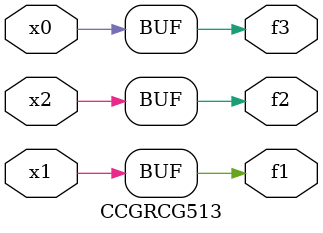
<source format=v>
module CCGRCG513(
	input x0, x1, x2,
	output f1, f2, f3
);
	assign f1 = x1;
	assign f2 = x2;
	assign f3 = x0;
endmodule

</source>
